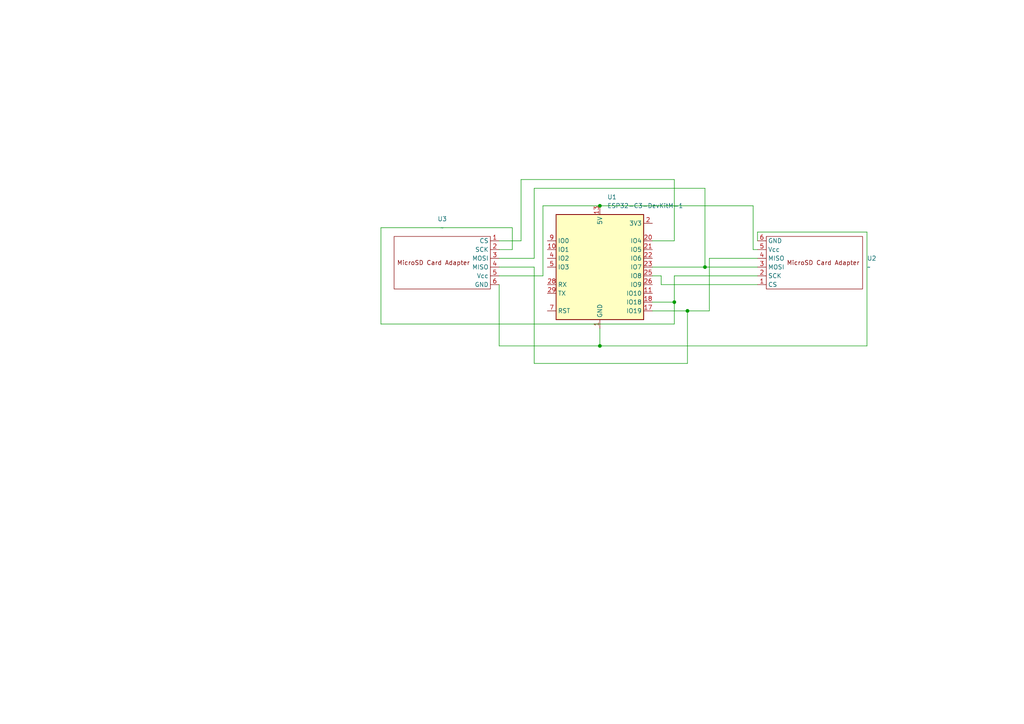
<source format=kicad_sch>
(kicad_sch (version 20250114) (generator "eeschema") (generator_version "9.0")
  (paper "A4")
  (lib_symbols
    (symbol "RF_Module:ESP32-C3-DevKitM-1"
      (property "Reference" "U" (at 7.62 16.51 0))
      (property "Value" "ESP32-C3-DevKitM-1" (at 11.684 -16.764 0))
      (symbol "ESP32-C3-DevKitM-1_1_1"
        (rectangle (start -12.7 15.24) (end 12.7 -15.24) (stroke (width 0.254)) (fill (type background)))
        (pin bidirectional line (at -15.24 7.62 0) (length 2.54) (name "IO0") (number "9"))
        (pin bidirectional line (at -15.24 5.08 0) (length 2.54) (name "IO1") (number "10"))
        (pin bidirectional line (at -15.24 2.54 0) (length 2.54) (name "IO2") (number "4"))
        (pin bidirectional line (at -15.24 0 0) (length 2.54) (name "IO3") (number "5"))
        (pin input line (at -15.24 -5.08 0) (length 2.54) (name "RX") (number "28"))
        (pin output line (at -15.24 -7.62 0) (length 2.54) (name "TX") (number "29"))
        (pin input line (at -15.24 -12.7 0) (length 2.54) (name "RST") (number "7"))
        (pin passive line (at 0 17.78 270) (length 2.54) (name "5V") (number "13"))
        (pin passive line (at 0 17.78 270) (length 2.54) (hide yes) (name "5V") (number "14"))
        (pin power_in line (at 0 -17.78 90) (length 2.54) (name "GND") (number "1"))
        (pin passive line (at 0 -17.78 90) (length 2.54) (hide yes) (name "GND") (number "12"))
        (pin passive line (at 0 -17.78 90) (length 2.54) (hide yes) (name "GND") (number "15"))
        (pin passive line (at 0 -17.78 90) (length 2.54) (hide yes) (name "GND") (number "16"))
        (pin passive line (at 0 -17.78 90) (length 2.54) (hide yes) (name "GND") (number "19"))
        (pin passive line (at 0 -17.78 90) (length 2.54) (hide yes) (name "GND") (number "24"))
        (pin passive line (at 0 -17.78 90) (length 2.54) (hide yes) (name "GND") (number "27"))
        (pin passive line (at 0 -17.78 90) (length 2.54) (hide yes) (name "GND") (number "30"))
        (pin passive line (at 0 -17.78 90) (length 2.54) (hide yes) (name "GND") (number "6"))
        (pin passive line (at 0 -17.78 90) (length 2.54) (hide yes) (name "GND") (number "8"))
        (pin power_out line (at 15.24 12.7 180) (length 2.54) (name "3V3") (number "2"))
        (pin passive line (at 15.24 12.7 180) (length 2.54) (hide yes) (name "3V3") (number "3"))
        (pin bidirectional line (at 15.24 7.62 180) (length 2.54) (name "IO4") (number "20"))
        (pin bidirectional line (at 15.24 5.08 180) (length 2.54) (name "IO5") (number "21"))
        (pin bidirectional line (at 15.24 2.54 180) (length 2.54) (name "IO6") (number "22"))
        (pin bidirectional line (at 15.24 0 180) (length 2.54) (name "IO7") (number "23"))
        (pin bidirectional line (at 15.24 -2.54 180) (length 2.54) (name "IO8") (number "25"))
        (pin bidirectional line (at 15.24 -5.08 180) (length 2.54) (name "IO9") (number "26"))
        (pin bidirectional line (at 15.24 -7.62 180) (length 2.54) (name "IO10") (number "11"))
        (pin bidirectional line (at 15.24 -10.16 180) (length 2.54) (name "IO18") (number "18"))
        (pin bidirectional line (at 15.24 -12.7 180) (length 2.54) (name "IO19") (number "17"))
      )
    )
    (symbol "sx:Micro_SD_card_Adapter"
      (property "Reference" "U" (at -29.21 8.89 0))
      (symbol "Micro_SD_card_Adapter_0_0"
        (pin input line (at 0 6.35 180) (length 2.54) (name "CS") (number "1"))
        (pin input line (at 0 3.81 180) (length 2.54) (name "SCK") (number "2"))
        (pin input line (at 0 1.27 180) (length 2.54) (name "MOSI") (number "3"))
        (pin output line (at 0 -1.27 180) (length 2.54) (name "MISO") (number "4"))
        (pin power_in line (at 0 -3.81 180) (length 2.54) (name "Vcc") (number "5"))
        (pin power_in line (at 0 -6.35 180) (length 2.54) (name "GND") (number "6"))
      )
      (symbol "Micro_SD_card_Adapter_0_1"
        (rectangle (start -30.48 7.62) (end -2.54 -7.62))
        (text "MicroSD Card Adapter" (at -19.05 0 0) (effects (font (size 1.27 1.27))))
      )
    )
  )
  (junction (at 199.39 90.17))
  (junction (at 204.47 77.47))
  (junction (at 173.99 59.69))
  (junction (at 173.99 100.33))
  (junction (at 195.58 87.63))
  (wire (pts (xy 154.94 105.41) (xy 199.39 105.41)))
  (wire (pts (xy 110.49 93.98) (xy 195.58 93.98)))
  (wire (pts (xy 219.71 82.55) (xy 191.77 82.55)))
  (wire (pts (xy 144.78 72.39) (xy 148.59 72.39)))
  (wire (pts (xy 144.78 69.85) (xy 151.13 69.85)))
  (wire (pts (xy 157.48 80.01) (xy 157.48 59.69)))
  (wire (pts (xy 157.48 59.69) (xy 173.99 59.69)))
  (wire (pts (xy 195.58 87.63) (xy 189.23 87.63)))
  (wire (pts (xy 173.99 100.33) (xy 173.99 95.25)))
  (wire (pts (xy 218.44 72.39) (xy 218.44 59.69)))
  (wire (pts (xy 219.71 67.31) (xy 251.46 67.31)))
  (wire (pts (xy 151.13 69.85) (xy 151.13 52.07)))
  (wire (pts (xy 199.39 105.41) (xy 199.39 90.17)))
  (wire (pts (xy 148.59 72.39) (xy 148.59 66.04)))
  (wire (pts (xy 151.13 52.07) (xy 195.58 52.07)))
  (wire (pts (xy 204.47 54.61) (xy 204.47 77.47)))
  (wire (pts (xy 199.39 90.17) (xy 205.74 90.17)))
  (wire (pts (xy 219.71 72.39) (xy 218.44 72.39)))
  (wire (pts (xy 154.94 77.47) (xy 154.94 105.41)))
  (wire (pts (xy 251.46 67.31) (xy 251.46 100.33)))
  (wire (pts (xy 191.77 80.01) (xy 189.23 80.01)))
  (wire (pts (xy 144.78 82.55) (xy 144.78 100.33)))
  (wire (pts (xy 144.78 74.93) (xy 154.94 74.93)))
  (wire (pts (xy 154.94 54.61) (xy 204.47 54.61)))
  (wire (pts (xy 195.58 52.07) (xy 195.58 69.85)))
  (wire (pts (xy 219.71 80.01) (xy 195.58 80.01)))
  (wire (pts (xy 218.44 59.69) (xy 173.99 59.69)))
  (wire (pts (xy 110.49 66.04) (xy 110.49 93.98)))
  (wire (pts (xy 144.78 80.01) (xy 157.48 80.01)))
  (wire (pts (xy 144.78 100.33) (xy 173.99 100.33)))
  (wire (pts (xy 219.71 69.85) (xy 219.71 67.31)))
  (wire (pts (xy 154.94 74.93) (xy 154.94 54.61)))
  (wire (pts (xy 219.71 74.93) (xy 205.74 74.93)))
  (wire (pts (xy 189.23 77.47) (xy 204.47 77.47)))
  (wire (pts (xy 205.74 74.93) (xy 205.74 90.17)))
  (wire (pts (xy 195.58 69.85) (xy 189.23 69.85)))
  (wire (pts (xy 189.23 90.17) (xy 199.39 90.17)))
  (wire (pts (xy 195.58 93.98) (xy 195.58 87.63)))
  (wire (pts (xy 148.59 66.04) (xy 110.49 66.04)))
  (wire (pts (xy 144.78 77.47) (xy 154.94 77.47)))
  (wire (pts (xy 204.47 77.47) (xy 219.71 77.47)))
  (wire (pts (xy 251.46 100.33) (xy 173.99 100.33)))
  (wire (pts (xy 191.77 82.55) (xy 191.77 80.01)))
  (wire (pts (xy 195.58 80.01) (xy 195.58 87.63)))
  (symbol (lib_id "sx:Micro_SD_card_Adapter") (at 144.78 76.2 0) (unit 1)
    (property "Reference" "U3" (at 128.27 63.5 0))
    (property "Value" "~" (at 128.27 66.04 0))
  )
  (symbol (lib_id "RF_Module:ESP32-C3-DevKitM-1") (at 173.99 77.47 0) (unit 1)
    (property "Reference" "U1" (at 176.1333 57.15 0) (effects (justify left)))
    (property "Value" "ESP32-C3-DevKitM-1" (at 176.1333 59.69 0) (effects (justify left)))
    (property "Footprint" "RF_Module:ESP32-C3-DevKitM-1" (effects (hide yes)))
    (property "Datasheet" "https://docs.espressif.com/projects/esp-idf/en/latest/esp32c3/hw-reference/esp32c3/user-guide-devkitm-1.html" (effects (hide yes)))
    (property "Description" "Development board featuring ESP32-C3-MINI-1 module" (effects (hide yes)))
  )
  (symbol (lib_id "sx:Micro_SD_card_Adapter") (at 219.71 76.2 180) (unit 1)
    (property "Reference" "U2" (at 251.46 74.9299 0) (effects (justify right)))
    (property "Value" "~" (at 251.46 77.4699 0) (effects (justify right)))
  )
)
</source>
